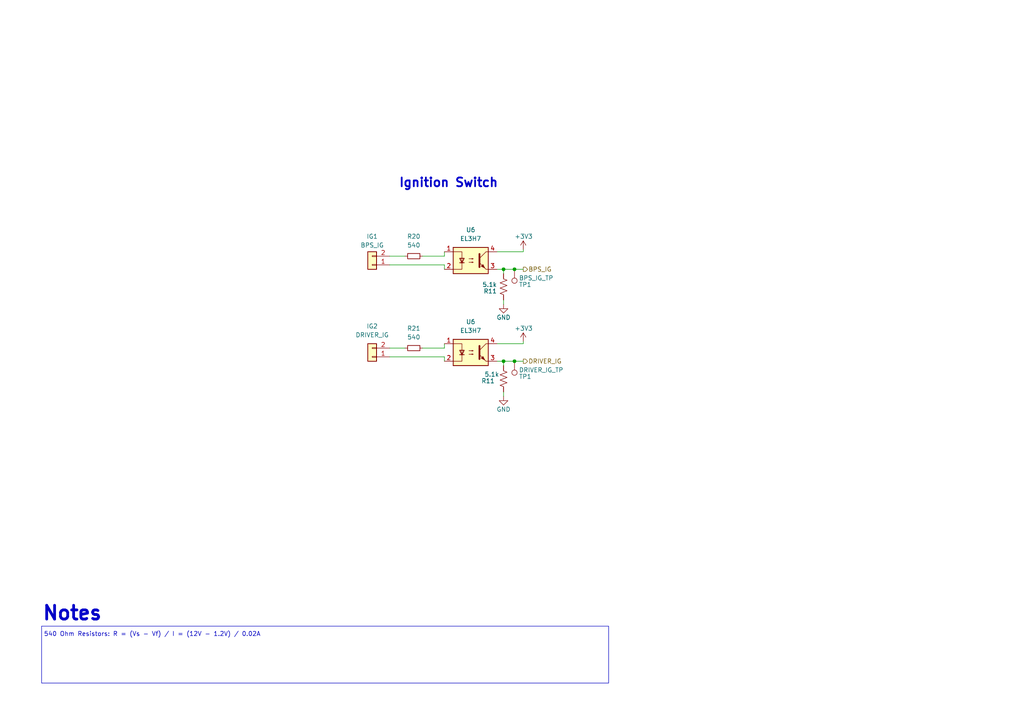
<source format=kicad_sch>
(kicad_sch (version 20230121) (generator eeschema)
  (paper "A4")
  (lib_symbols
    (symbol "Connector:TestPoint" (pin_numbers hide) (pin_names (offset 0.762) hide)
      (property "Reference" "TP" (at 0 6.858 0))
      (property "Value" "TestPoint" (at 0 5.08 0))
      (symbol "TestPoint_0_1"
        (circle (center 0 3.302) (radius 0.762))
      )
      (symbol "TestPoint_1_1"
        (pin passive line (at 0 0 90) (length 2.54) (name "1") (number "1"))
      )
    )
    (symbol "Connector_Generic:Conn_01x02" (pin_names (offset 1.016) hide)
      (property "Reference" "J" (at 0 2.54 0))
      (property "Value" "Conn_01x02" (at 0 -5.08 0))
      (symbol "Conn_01x02_1_1"
        (rectangle (start -1.27 -2.413) (end 0 -2.667) (stroke (width 0.1524)))
        (rectangle (start -1.27 0.127) (end 0 -0.127) (stroke (width 0.1524)))
        (rectangle (start -1.27 1.27) (end 1.27 -3.81) (stroke (width 0.254)) (fill (type background)))
        (pin passive line (at -5.08 0 0) (length 3.81) (name "Pin_1") (number "1"))
        (pin passive line (at -5.08 -2.54 0) (length 3.81) (name "Pin_2") (number "2"))
      )
    )
    (symbol "Device:R_Small" (pin_numbers hide) (pin_names (offset 0.254) hide)
      (property "Reference" "R" (at 0.762 0.508 0))
      (property "Value" "R_Small" (at 0.762 -1.016 0))
      (symbol "R_Small_0_1"
        (rectangle (start -0.762 1.778) (end 0.762 -1.778) (stroke (width 0.2032)))
      )
      (symbol "R_Small_1_1"
        (pin passive line (at 0 2.54 270) (length 0.762) (name "~") (number "1"))
        (pin passive line (at 0 -2.54 90) (length 0.762) (name "~") (number "2"))
      )
    )
    (symbol "Device:R_US" (pin_numbers hide) (pin_names (offset 0))
      (property "Reference" "R" (at 2.54 0 90))
      (property "Value" "R_US" (at -2.54 0 90))
      (symbol "R_US_0_1"
        (polyline (pts (xy 0 -2.286) (xy 0 -2.54)))
        (polyline (pts (xy 0 2.286) (xy 0 2.54)))
        (polyline (pts (xy 0 -0.762) (xy 1.016 -1.143) (xy 0 -1.524) (xy -1.016 -1.905) (xy 0 -2.286)))
        (polyline (pts (xy 0 0.762) (xy 1.016 0.381) (xy 0 0) (xy -1.016 -0.381) (xy 0 -0.762)))
        (polyline (pts (xy 0 2.286) (xy 1.016 1.905) (xy 0 1.524) (xy -1.016 1.143) (xy 0 0.762)))
      )
      (symbol "R_US_1_1"
        (pin passive line (at 0 3.81 270) (length 1.27) (name "~") (number "1"))
        (pin passive line (at 0 -3.81 90) (length 1.27) (name "~") (number "2"))
      )
    )
    (symbol "Isolator:EL817" (pin_names (offset 1.016))
      (property "Reference" "U" (at -5.08 5.08 0))
      (property "Value" "EL817" (at 0 5.08 0))
      (symbol "EL817_0_1"
        (rectangle (start -5.08 3.81) (end 5.08 -3.81) (stroke (width 0.254)) (fill (type background)))
        (polyline (pts (xy -3.175 -0.635) (xy -1.905 -0.635)) (stroke (width 0.254)))
        (polyline (pts (xy 2.54 0.635) (xy 4.445 2.54)))
        (polyline (pts (xy 4.445 -2.54) (xy 2.54 -0.635)) (fill (type outline)))
        (polyline (pts (xy 4.445 -2.54) (xy 5.08 -2.54)))
        (polyline (pts (xy 4.445 2.54) (xy 5.08 2.54)))
        (polyline (pts (xy -5.08 2.54) (xy -2.54 2.54) (xy -2.54 -0.635)))
        (polyline (pts (xy -2.54 -0.635) (xy -2.54 -2.54) (xy -5.08 -2.54)))
        (polyline (pts (xy 2.54 1.905) (xy 2.54 -1.905) (xy 2.54 -1.905)) (stroke (width 0.508)))
        (polyline (pts (xy -2.54 -0.635) (xy -3.175 0.635) (xy -1.905 0.635) (xy -2.54 -0.635)) (stroke (width 0.254)))
        (polyline (pts (xy -0.508 -0.508) (xy 0.762 -0.508) (xy 0.381 -0.635) (xy 0.381 -0.381) (xy 0.762 -0.508)))
        (polyline (pts (xy -0.508 0.508) (xy 0.762 0.508) (xy 0.381 0.381) (xy 0.381 0.635) (xy 0.762 0.508)))
        (polyline (pts (xy 3.048 -1.651) (xy 3.556 -1.143) (xy 4.064 -2.159) (xy 3.048 -1.651) (xy 3.048 -1.651)) (fill (type outline)))
      )
      (symbol "EL817_1_1"
        (pin passive line (at -7.62 2.54 0) (length 2.54) (name "~") (number "1"))
        (pin passive line (at -7.62 -2.54 0) (length 2.54) (name "~") (number "2"))
        (pin passive line (at 7.62 -2.54 180) (length 2.54) (name "~") (number "3"))
        (pin passive line (at 7.62 2.54 180) (length 2.54) (name "~") (number "4"))
      )
    )
    (symbol "power:+3V3" (power) (pin_names (offset 0))
      (property "Value" "+3V3" (at 0 3.556 0))
      (symbol "+3V3_0_1"
        (polyline (pts (xy -0.762 1.27) (xy 0 2.54)))
        (polyline (pts (xy 0 0) (xy 0 2.54)))
        (polyline (pts (xy 0 2.54) (xy 0.762 1.27)))
      )
      (symbol "+3V3_1_1"
        (pin power_in line (at 0 0 90) (length 0) hide (name "+3V3") (number "1"))
      )
    )
    (symbol "power:GND" (power) (pin_names (offset 0))
      (property "Value" "GND" (at 0 -3.81 0))
      (symbol "GND_0_1"
        (polyline (pts (xy 0 0) (xy 0 -1.27) (xy 1.27 -1.27) (xy 0 -2.54) (xy -1.27 -1.27) (xy 0 -1.27)))
      )
      (symbol "GND_1_1"
        (pin power_in line (at 0 0 270) (length 0) hide (name "GND") (number "1"))
      )
    )
  )
  (junction (at 146.05 104.775))
  (junction (at 149.225 104.775))
  (junction (at 149.225 78.105))
  (junction (at 146.05 78.105))
  (wire (pts (xy 146.05 86.995) (xy 146.05 88.265)))
  (wire (pts (xy 128.905 74.295) (xy 128.905 73.025)))
  (wire (pts (xy 122.555 100.965) (xy 128.905 100.965)))
  (wire (pts (xy 149.225 104.775) (xy 151.765 104.775)))
  (wire (pts (xy 146.05 78.105) (xy 146.05 79.375)))
  (wire (pts (xy 128.905 103.505) (xy 128.905 104.775)))
  (wire (pts (xy 146.05 113.665) (xy 146.05 114.935)))
  (wire (pts (xy 144.145 73.025) (xy 151.765 73.025)))
  (wire (pts (xy 113.03 76.835) (xy 128.905 76.835)))
  (wire (pts (xy 149.225 78.105) (xy 151.765 78.105)))
  (wire (pts (xy 146.05 104.775) (xy 146.05 106.045)))
  (wire (pts (xy 146.05 104.775) (xy 149.225 104.775)))
  (wire (pts (xy 144.145 104.775) (xy 146.05 104.775)))
  (wire (pts (xy 151.765 99.06) (xy 151.765 99.695)))
  (wire (pts (xy 144.145 78.105) (xy 146.05 78.105)))
  (wire (pts (xy 122.555 74.295) (xy 128.905 74.295)))
  (wire (pts (xy 113.03 74.295) (xy 117.475 74.295)))
  (wire (pts (xy 113.03 103.505) (xy 128.905 103.505)))
  (wire (pts (xy 128.905 99.695) (xy 128.905 100.965)))
  (wire (pts (xy 128.905 76.835) (xy 128.905 78.105)))
  (wire (pts (xy 151.765 72.39) (xy 151.765 73.025)))
  (wire (pts (xy 144.145 99.695) (xy 151.765 99.695)))
  (wire (pts (xy 113.03 100.965) (xy 117.475 100.965)))
  (wire (pts (xy 146.05 78.105) (xy 149.225 78.105)))
  (rectangle (start 12.065 181.61) (end 176.53 198.12))
  (text "540 Ohm Resistors: R = (Vs - Vf) / I = (12V - 1.2V) / 0.02A" (at 12.7 184.785 0) (effects (font (size 1.27 1.27)) (justify left bottom)))
  (text "Ignition Switch" (at 115.57 54.61 0) (effects (font (size 2.54 2.54) (thickness 0.508) bold) (justify left bottom)))
  (text "Notes" (at 12.065 180.34 0) (effects (font (size 4 4) (thickness 0.8) bold) (justify left bottom)))
  (hierarchical_label "DRIVER_IG" (shape output) (at 151.765 104.775 0))
  (hierarchical_label "BPS_IG" (shape output) (at 151.765 78.105 0))
  (symbol (lib_id "Connector_Generic:Conn_01x02") (at 107.95 76.835 180) (unit 1)
    (property "Reference" "IG1" (at 107.95 68.58 0))
    (property "Value" "BPS_IG" (at 107.95 71.12 0))
    (property "Footprint" "Connector_Molex:Molex_Micro-Fit_3.0_43650-0215_1x02_P3.00mm_Vertical" (effects hide))
    (property "Datasheet" "https://www.molex.com/content/dam/molex/molex-dot-com/products/automated/en-us/productspecificationpdf/436/43650/PS-43650-001.pdf?inline" (effects hide))
    (property "PN" "43650-0215" (effects hide))
    (property "Mouser PN" "538-43650-0215" (effects hide))
  )
  (symbol (lib_id "power:GND") (at 146.05 88.265 0) (unit 1)
    (property "Reference" "#PWR048" (effects hide))
    (property "Value" "GND" (at 146.05 92.075 0))
  )
  (symbol (lib_id "Isolator:EL817") (at 136.525 102.235 0) (unit 1)
    (property "Reference" "U6" (at 136.525 93.345 0))
    (property "Value" "EL3H7" (at 136.525 95.885 0))
    (property "Footprint" "Package_SO:SOP-4_4.4x2.6mm_P1.27mm" (effects hide))
    (property "Datasheet" "https://www.mouser.com/datasheet/2/143/EL3H7_G-26376.pdf" (effects hide))
    (property "PN" "EL3H7(D)(TA)-VG" (effects hide))
    (property "Mouser PN" "638-EL3H7DTAVG " (effects hide))
    (instances (project "Controls-LeaderDaughterPCB" (path "" (reference "U6") (unit 1)) (path "" (reference "U7") (unit 1)) (path "" (reference "U11") (unit 1))))
  )
  (symbol (lib_id "Device:R_Small") (at 120.015 100.965 90) (unit 1)
    (property "Reference" "R21" (at 120.015 95.25 90))
    (property "Value" "540" (at 120.015 97.79 90))
    (property "Footprint" "Resistor_SMD:R_0805_2012Metric" (effects hide))
    (property "Datasheet" "https://www.vishay.com/docs/20065/rcse3.pdf" (effects hide))
    (property "Mouser PN" "71-RCS0805270RFKEA" (effects hide))
    (property "PN" "RCS0805270RFKEA" (effects hide))
  )
  (symbol (lib_id "Isolator:EL817") (at 136.525 75.565 0) (unit 1)
    (property "Reference" "U6" (at 136.525 66.675 0))
    (property "Value" "EL3H7" (at 136.525 69.215 0))
    (property "Footprint" "Package_SO:SOP-4_4.4x2.6mm_P1.27mm" (effects hide))
    (property "Datasheet" "https://www.mouser.com/datasheet/2/143/EL3H7_G-26376.pdf" (effects hide))
    (property "PN" "EL3H7(D)(TA)-VG" (effects hide))
    (property "Mouser PN" "638-EL3H7DTAVG " (effects hide))
    (instances (project "Controls-LeaderDaughterPCB" (path "" (reference "U6") (unit 1)) (path "" (reference "U7") (unit 1)) (path "" (reference "U9") (unit 1))))
  )
  (symbol (lib_id "Connector_Generic:Conn_01x02") (at 107.95 103.505 180) (unit 1)
    (property "Reference" "IG2" (at 107.95 94.615 0))
    (property "Value" "DRIVER_IG" (at 107.95 97.155 0))
    (property "Footprint" "Connector_Molex:Molex_Micro-Fit_3.0_43650-0215_1x02_P3.00mm_Vertical" (effects hide))
    (property "Datasheet" "https://www.molex.com/content/dam/molex/molex-dot-com/products/automated/en-us/productspecificationpdf/436/43650/PS-43650-001.pdf?inline" (effects hide))
    (property "PN" "43650-0215" (effects hide))
    (property "Mouser PN" "538-43650-0215" (effects hide))
  )
  (symbol (lib_id "Connector:TestPoint") (at 149.225 104.775 180) (unit 1)
    (property "Reference" "TP1" (at 150.495 109.22 0) (effects (justify right)))
    (property "Value" "DRIVER_IG_TP" (at 150.495 107.315 0) (effects (justify right)))
    (property "Footprint" "TestPoint:TestPoint_Pad_1.5x1.5mm" (effects hide))
    (instances (project "Controls-LeaderDaughterPCB" (path "" (reference "TP1") (unit 1)) (path "" (reference "TP13") (unit 1)) (path "" (reference "TP16") (unit 1))))
  )
  (symbol (lib_id "power:+3V3") (at 151.765 99.06 0) (unit 1)
    (property "Reference" "#PWR08" (effects hide))
    (property "Value" "+3V3" (at 149.225 95.25 0) (effects (justify left)))
    (instances (project "Controls-LeaderDaughterPCB" (path "" (reference "#PWR08") (unit 1)) (path "" (reference "#PWR053") (unit 1))))
  )
  (symbol (lib_id "Device:R_US") (at 146.05 83.185 180) (unit 1)
    (property "Reference" "R11" (at 144.145 84.455 0) (effects (justify left)))
    (property "Value" "5.1k" (at 144.145 82.55 0) (effects (justify left)))
    (property "Footprint" "Resistor_SMD:R_0805_2012Metric" (effects hide))
    (property "Datasheet" "https://www.vishay.com/docs/28773/crcwce3.pdf" (effects hide))
    (property "PN" "CRCW08054K99FKEAC" (effects hide))
    (property "Mouser PN" "71-CRCW08054K99FKEAC " (effects hide))
    (instances (project "Dashboard" (path "" (reference "R11") (unit 1))) (project "Controls-LeaderDaughterPCB" (path "" (reference "R26") (unit 1))))
  )
  (symbol (lib_id "power:+3V3") (at 151.765 72.39 0) (unit 1)
    (property "Reference" "#PWR08" (effects hide))
    (property "Value" "+3V3" (at 149.225 68.58 0) (effects (justify left)))
    (instances (project "Controls-LeaderDaughterPCB" (path "" (reference "#PWR08") (unit 1)) (path "" (reference "#PWR021") (unit 1))))
  )
  (symbol (lib_id "power:GND") (at 146.05 114.935 0) (unit 1)
    (property "Reference" "#PWR046" (effects hide))
    (property "Value" "GND" (at 146.05 118.745 0))
  )
  (symbol (lib_id "Device:R_US") (at 146.05 109.855 180) (unit 1)
    (property "Reference" "R11" (at 143.51 110.49 0) (effects (justify left)))
    (property "Value" "5.1k" (at 144.78 108.585 0) (effects (justify left)))
    (property "Footprint" "Resistor_SMD:R_0805_2012Metric" (effects hide))
    (property "Datasheet" "https://www.vishay.com/docs/28773/crcwce3.pdf" (effects hide))
    (property "PN" "CRCW08054K99FKEAC" (effects hide))
    (property "Mouser PN" "71-CRCW08054K99FKEAC " (effects hide))
    (instances (project "Dashboard" (path "" (reference "R11") (unit 1))) (project "Controls-LeaderDaughterPCB" (path "" (reference "R4") (unit 1))))
  )
  (symbol (lib_id "Device:R_Small") (at 120.015 74.295 90) (unit 1)
    (property "Reference" "R20" (at 120.015 68.58 90))
    (property "Value" "540" (at 120.015 71.12 90))
    (property "Footprint" "Resistor_SMD:R_0805_2012Metric" (effects hide))
    (property "Datasheet" "https://www.vishay.com/docs/20065/rcse3.pdf" (effects hide))
    (property "Mouser PN" "71-RCS0805270RFKEA" (effects hide))
    (property "PN" "RCS0805270RFKEA" (effects hide))
  )
  (symbol (lib_id "Connector:TestPoint") (at 149.225 78.105 180) (unit 1)
    (property "Reference" "TP1" (at 150.495 82.55 0) (effects (justify right)))
    (property "Value" "BPS_IG_TP" (at 150.495 80.645 0) (effects (justify right)))
    (property "Footprint" "TestPoint:TestPoint_Pad_1.5x1.5mm" (effects hide))
    (instances (project "Controls-LeaderDaughterPCB" (path "" (reference "TP1") (unit 1)) (path "" (reference "TP13") (unit 1)) (path "" (reference "TP15") (unit 1))))
  )
)
</source>
